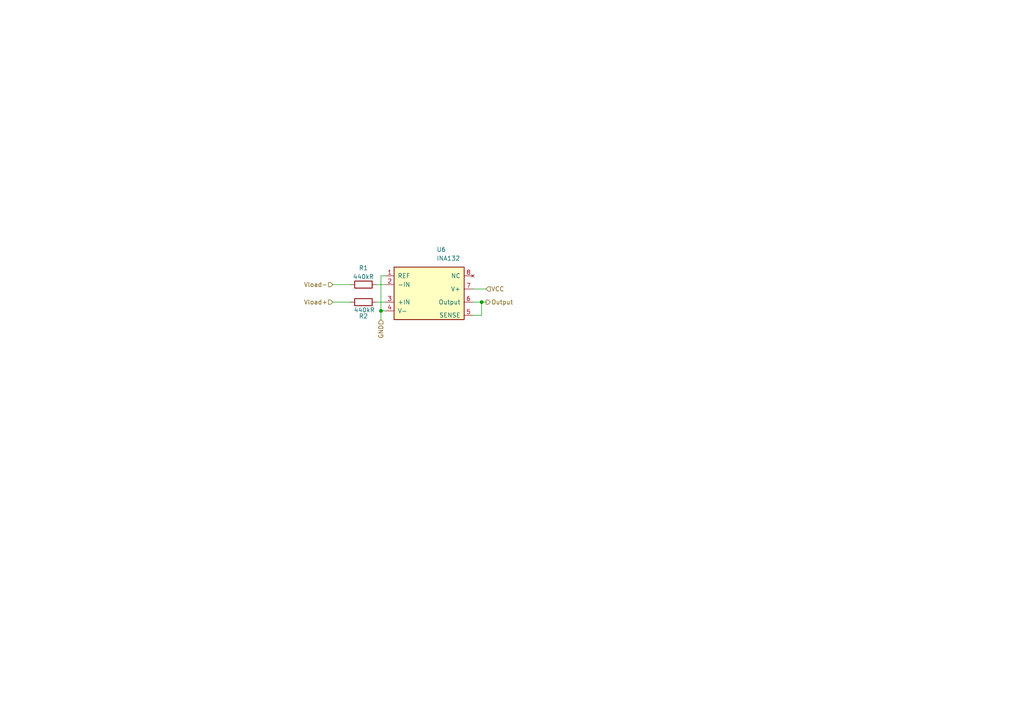
<source format=kicad_sch>
(kicad_sch (version 20250114) (generator "eeschema") (generator_version "9.0")
  (paper "A4")
  (lib_symbols
    (symbol "Device:R" (pin_numbers (hide yes)) (pin_names (offset 0))
      (property "Reference" "R" (at 2.032 0 90))
      (property "Value" "R" (at 0 0 90))
      (symbol "R_0_1"
        (rectangle (start -1.016 -2.54) (end 1.016 2.54) (stroke (width 0.254)))
      )
      (symbol "R_1_1"
        (pin passive line (at 0 3.81 270) (length 1.27) (name "~") (number "1"))
        (pin passive line (at 0 -3.81 90) (length 1.27) (name "~") (number "2"))
      )
    )
    (symbol "Interface_CAN_LIN:TJA1051T-3" (pin_names (offset 1.016))
      (property "Reference" "U6" (at 2.1433 12.7 0))
      (property "Value" "INA132" (at 2.1433 10.16 0))
      (symbol "TJA1051T-3_0_1"
        (rectangle (start -10.16 7.62) (end 10.16 -7.62) (stroke (width 0.254)) (fill (type background)))
      )
      (symbol "TJA1051T-3_1_1"
        (pin input line (at -12.7 5.08 0) (length 2.54) (name "REF") (number "1"))
        (pin input line (at -12.7 2.54 0) (length 2.54) (name "-IN") (number "2"))
        (pin input line (at -12.7 -2.54 0) (length 2.54) (name "+IN") (number "3"))
        (pin power_in line (at -12.7 -5.08 0) (length 2.54) (name "V-") (number "4"))
        (pin no_connect line (at 12.7 5.08 180) (length 2.54) (name "NC") (number "8"))
        (pin power_in line (at 12.7 1.27 180) (length 2.54) (name "V+") (number "7"))
        (pin output line (at 12.7 -2.54 180) (length 2.54) (name "Output") (number "6"))
        (pin input line (at 12.7 -6.35 180) (length 2.54) (name "SENSE") (number "5"))
      )
    )
  )
  (junction (at 110.49 90.17))
  (junction (at 139.7 87.63))
  (wire (pts (xy 96.52 87.63) (xy 101.6 87.63)))
  (wire (pts (xy 137.16 83.82) (xy 140.97 83.82)))
  (wire (pts (xy 109.22 82.55) (xy 111.76 82.55)))
  (wire (pts (xy 137.16 87.63) (xy 139.7 87.63)))
  (wire (pts (xy 139.7 87.63) (xy 140.97 87.63)))
  (wire (pts (xy 110.49 92.71) (xy 110.49 90.17)))
  (wire (pts (xy 96.52 82.55) (xy 101.6 82.55)))
  (wire (pts (xy 139.7 91.44) (xy 137.16 91.44)))
  (wire (pts (xy 111.76 80.01) (xy 110.49 80.01)))
  (wire (pts (xy 109.22 87.63) (xy 111.76 87.63)))
  (wire (pts (xy 139.7 87.63) (xy 139.7 91.44)))
  (wire (pts (xy 110.49 90.17) (xy 111.76 90.17)))
  (wire (pts (xy 110.49 80.01) (xy 110.49 90.17)))
  (hierarchical_label "Vload+" (shape input) (at 96.52 87.63 180))
  (hierarchical_label "Vload-" (shape input) (at 96.52 82.55 180))
  (hierarchical_label "VCC" (shape input) (at 140.97 83.82 0))
  (hierarchical_label "GND" (shape input) (at 110.49 92.71 270))
  (hierarchical_label "Output" (shape output) (at 140.97 87.63 0))
  (symbol (lib_id "Interface_CAN_LIN:TJA1051T-3") (at 124.46 85.09 0) (unit 1)
    (property "Reference" "U6" (at 126.6033 72.39 0) (effects (justify left)))
    (property "Value" "INA132" (at 126.6033 74.93 0) (effects (justify left)))
    (property "Footprint" "Package_SO:SOIC-8_3.9x4.9mm_P1.27mm" (effects (hide yes)))
    (property "Datasheet" "http://www.nxp.com/docs/en/data-sheet/TJA1051.pdf" (effects (hide yes)))
    (property "Description" "High-Speed CAN Transceiver, separate VIO, silent mode, SOIC-8" (effects (hide yes)))
  )
  (symbol (lib_id "Device:R") (at 105.41 82.55 90) (unit 1)
    (property "Reference" "R1" (at 105.41 77.724 90))
    (property "Value" "440kR" (at 105.41 80.264 90))
    (property "Description" "Resistor" (effects (hide yes)))
  )
  (symbol (lib_id "Device:R") (at 105.41 87.63 90) (unit 1)
    (property "Reference" "R2" (at 105.41 91.694 90))
    (property "Value" "440kR" (at 105.664 89.916 90))
    (property "Description" "Resistor" (effects (hide yes)))
  )
)
</source>
